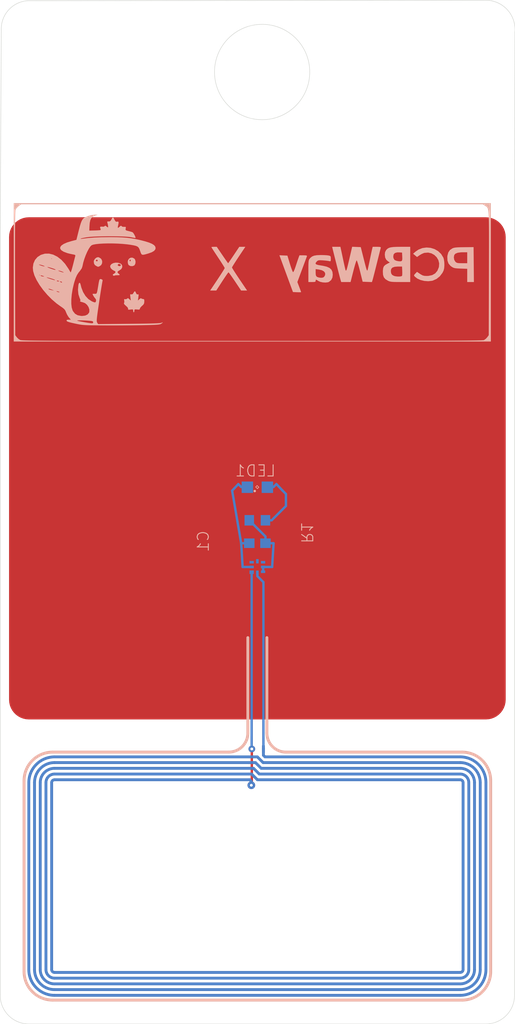
<source format=kicad_pcb>
(kicad_pcb (version 20240108) (generator "pcbnew") (generator_version "8.0")
  (layers (0 "F.Cu" signal) (31 "B.Cu" signal) (34 "B.Paste" user) (35 "F.Paste" user) (36 "B.SilkS" user "B.Silkscreen") (37 "F.SilkS" user "F.Silkscreen") (38 "B.Mask" user) (39 "F.Mask" user) (44 "Edge.Cuts" user))
  (net 0 "")
  (net 1 "N$2")
  (net 2 "N$3")
  (net 3 "N$4")
  (net 4 "N$6")
  (net 5 "N$9")
  (footprint "F50FQLOJRETY30F:R0603_348" (layer "B.Cu") (at 148.5011 95)
    (property "Reference" "R1" (at 4.4989 2.5 -90) (layer "B.SilkS") (effects (font (size 1.1684 1.1684) (thickness 0.1016)) (justify left bottom mirror)))
    (property "Value" "47 Ω")
    (pad "1" smd rect (at -0.85 0) (size 1 1.1) (layers "B.Cu" "B.Paste" "B.Mask") (net 2 "N$3"))
    (pad "2" smd rect (at 0.85 0) (size 1 1.1) (layers "B.Cu" "B.Paste" "B.Mask") (net 3 "N$4"))
  )
  (footprint "LOGO" (layer "B.Cu") (at 148 69 180)
    (property "Reference" "G***" (hide yes))
    (property "Value" "LOGO" (hide yes))
    (fp_poly (pts (xy 12.801198 1.533512) (xy 12.970716 1.437134) (xy 13.083806 1.261731) (xy 13.113784 1.082205) (xy 13.07564 0.862109) (xy 12.997368 0.741946) (xy 12.82265 0.655124) (xy 12.615936 0.646334) (xy 12.435069 0.714521) (xy 12.39157 0.753007) (xy 12.305375 0.927962) (xy 12.290721 1.143783) (xy 12.31775 1.241353) (xy 12.795488 1.241353) (xy 12.829862 1.156637) (xy 12.859147 1.145864) (xy 12.915625 1.197425) (xy 12.922807 1.241353) (xy 12.888433 1.326069) (xy 12.859147 1.336842) (xy 12.80267 1.285281) (xy 12.795488 1.241353) (xy 12.31775 1.241353) (xy 12.345929 1.343074) (xy 12.411424 1.430421) (xy 12.604888 1.536173)) (fill solid) (layer "B.SilkS"))
    (fp_poly (pts (xy 16.408972 1.536544) (xy 16.567776 1.400755) (xy 16.665918 1.22763) (xy 16.678696 1.14645) (xy 16.65298 0.915055) (xy 16.561125 0.762216) (xy 16.419507 0.666066) (xy 16.289705 0.602821) (xy 16.221371 0.576879) (xy 16.220329 0.576967) (xy 16.153692 0.600978) (xy 16.062181 0.637035) (xy 15.892618 0.765847) (xy 15.801097 0.958585) (xy 15.792892 1.174703) (xy 15.815662 1.231059) (xy 16.261825 1.231059) (xy 16.309725 1.159787) (xy 16.360401 1.145864) (xy 16.443408 1.191697) (xy 16.453171 1.205125) (xy 16.449036 1.280589) (xy 16.372505 1.320906) (xy 16.295703 1.30437) (xy 16.261825 1.231059) (xy 15.815662 1.231059) (xy 15.873277 1.373655) (xy 15.955201 1.45954) (xy 16.103616 1.551575) (xy 16.230148 1.591434) (xy 16.233082 1.591478)) (fill solid) (layer "B.SilkS"))
    (fp_poly (pts (xy -3.125636 0.94173) (xy -3.259259 0.578943) (xy -3.420662 0.141302) (xy -3.593409 -0.326656) (xy -3.761062 -0.780392) (xy -3.837364 -0.986717) (xy -4.237718 -2.068923) (xy -4.665225 -2.087746) (xy -4.879702 -2.093209) (xy -5.033135 -2.089522) (xy -5.09272 -2.077488) (xy -5.092732 -2.07727) (xy -5.071522 -2.008515) (xy -5.014902 -1.850127) (xy -4.93339 -1.631219) (xy -4.896522 -1.534149) (xy -4.700312 -1.020328) (xy -5.192078 0.30149) (xy -5.336664 0.690129) (xy -5.467125 1.040813) (xy -5.576631 1.335183) (xy -5.658353 1.554878) (xy -5.705461 1.68154) (xy -5.713394 1.702882) (xy -5.693205 1.748465) (xy -5.579805 1.773862) (xy -5.357212 1.782401) (xy -5.330999 1.782456) (xy -4.919052 1.782456) (xy -4.818552 1.511904) (xy -4.754953 1.332186) (xy -4.667284 1.073347) (xy -4.569762 0.777689) (xy -4.517881 0.617224) (xy -4.424994 0.349661) (xy -4.340956 0.148045) (xy -4.275415 0.033809) (xy -4.247531 0.016487) (xy -4.204572 0.082775) (xy -4.134857 0.248686) (xy -4.046943 0.491519) (xy -3.949386 0.788571) (xy -3.916343 0.895253) (xy -3.655334 1.750626) (xy -3.234798 1.769298) (xy -2.814262 1.787971)) (fill solid) (layer "B.SilkS"))
    (fp_poly (pts (xy -22.211223 2.633717) (xy -21.804953 2.627659) (xy -21.503381 2.615666) (xy -21.283942 2.595545) (xy -21.124072 2.565102) (xy -21.001206 2.522143) (xy -20.984531 2.514465) (xy -20.720377 2.33613) (xy -20.548338 2.088098) (xy -20.459029 1.754757) (xy -20.445786 1.618331) (xy -20.46175 1.231423) (xy -20.569511 0.923108) (xy -20.776394 0.67672) (xy -20.900419 0.583825) (xy -21.02827 0.507179) (xy -21.15638 0.456104) (xy -21.31691 0.424056) (xy -21.542016 0.40449) (xy -21.845357 0.391487) (xy -22.535339 0.36787) (xy -22.535339 -0.325338) (xy -22.535339 -1.018547) (xy -22.88644 -1.018547) (xy -23.237542 -1.018547) (xy -23.220651 0.811654) (xy -23.214041 1.527819) (xy -22.535339 1.527819) (xy -22.535339 0.954887) (xy -21.991342 0.954887) (xy -21.719866 0.958326) (xy -21.542245 0.973609) (xy -21.425093 1.008186) (xy -21.335022 1.069508) (xy -21.291092 1.111141) (xy -21.170564 1.312693) (xy -21.129995 1.56697) (xy -21.174381 1.811433) (xy -21.296244 1.953533) (xy -21.531486 2.049016) (xy -21.874274 2.095963) (xy -22.054734 2.100752) (xy -22.535339 2.100752) (xy -22.535339 1.527819) (xy -23.214041 1.527819) (xy -23.20376 2.641854)) (fill solid) (layer "B.SilkS"))
    (fp_poly (pts (xy 14.620895 0.966822) (xy 14.816489 0.866108) (xy 14.936429 0.721489) (xy 14.959899 0.611238) (xy 14.904935 0.450659) (xy 14.764798 0.293518) (xy 14.576622 0.178621) (xy 14.5302 0.162174) (xy 14.410168 0.085691) (xy 14.403397 -0.017552) (xy 14.508251 -0.119458) (xy 14.547763 -0.139653) (xy 14.657673 -0.213074) (xy 14.687018 -0.277542) (xy 14.61299 -0.357105) (xy 14.513679 -0.35559) (xy 14.494559 -0.341009) (xy 14.408373 -0.315589) (xy 14.247898 -0.306281) (xy 14.196157 -0.307395) (xy 14.011036 -0.300139) (xy 13.948479 -0.258881) (xy 14.008285 -0.18336) (xy 14.068671 -0.142092) (xy 14.180215 -0.030352) (xy 14.166607 0.080235) (xy 14.029739 0.180114) (xy 14.002579 0.191985) (xy 13.808493 0.320913) (xy 13.700534 0.492185) (xy 13.68411 0.674987) (xy 13.700097 0.707453) (xy 13.841537 0.707453) (xy 13.843715 0.703727) (xy 13.934044 0.650219) (xy 14.0558 0.657915) (xy 14.148056 0.71554) (xy 14.16416 0.763038) (xy 14.112146 0.856313) (xy 14.068671 0.874361) (xy 13.938954 0.860875) (xy 13.849079 0.794495) (xy 13.841537 0.707453) (xy 13.700097 0.707453) (xy 13.764631 0.838503) (xy 13.874533 0.921423) (xy 14.120484 1.002891) (xy 14.379082 1.015221)) (fill solid) (layer "B.SilkS"))
    (fp_poly (pts (xy -17.823757 2.540937) (xy -17.41345 2.37955) (xy -17.117281 2.175454) (xy -16.851573 1.948018) (xy -17.058074 1.775623) (xy -17.264576 1.603228) (xy -17.532989 1.792423) (xy -17.747059 1.918947) (xy -17.972185 2.016223) (xy -18.051704 2.039588) (xy -18.425015 2.068132) (xy -18.773999 1.989085) (xy -19.081808 1.819353) (xy -19.33159 1.575844) (xy -19.506495 1.275465) (xy -19.589671 0.935123) (xy -19.564269 0.571726) (xy -19.554346 0.531902) (xy -19.40216 0.159088) (xy -19.170236 -0.11543) (xy -18.856559 -0.293106) (xy -18.459117 -0.375393) (xy -18.288304 -0.381955) (xy -18.042078 -0.370831) (xy -17.856246 -0.324068) (xy -17.664834 -0.221581) (xy -17.581056 -0.166639) (xy -17.261097 0.048678) (xy -17.086356 -0.133712) (xy -16.977425 -0.254398) (xy -16.949482 -0.330145) (xy -16.994854 -0.407391) (xy -17.033878 -0.451398) (xy -17.293146 -0.655658) (xy -17.637696 -0.809412) (xy -18.032904 -0.904965) (xy -18.444148 -0.934624) (xy -18.836804 -0.890695) (xy -18.918191 -0.870127) (xy -19.315956 -0.69396) (xy -19.663757 -0.414159) (xy -19.93945 -0.051333) (xy -20.058373 0.190977) (xy -20.116314 0.431961) (xy -20.13897 0.743555) (xy -20.127429 1.074357) (xy -20.082778 1.372966) (xy -20.02978 1.541364) (xy -19.798242 1.919225) (xy -19.48407 2.218715) (xy -19.1084 2.435233) (xy -18.692368 2.564177) (xy -18.257108 2.600945)) (fill solid) (layer "B.SilkS"))
    (fp_poly (pts (xy 1.973433 1.814285) (xy 2.167819 1.525807) (xy 2.336933 1.278548) (xy 2.468503 1.090153) (xy 2.550258 0.978266) (xy 2.571111 0.954887) (xy 2.612565 1.004744) (xy 2.712845 1.142641) (xy 2.859582 1.351071) (xy 3.040405 1.612523) (xy 3.178306 1.814285) (xy 3.763006 2.673684) (xy 4.045914 2.673684) (xy 4.215582 2.667002) (xy 4.316559 2.650119) (xy 4.328822 2.640462) (xy 4.295059 2.579783) (xy 4.200922 2.430038) (xy 4.057132 2.207781) (xy 3.874414 1.929561) (xy 3.663492 1.611932) (xy 3.628571 1.559649) (xy 3.413705 1.23499) (xy 3.225518 0.9445) (xy 3.074813 0.705362) (xy 2.972392 0.534761) (xy 2.929058 0.449879) (xy 2.92832 0.445724) (xy 2.962284 0.375382) (xy 3.057295 0.215943) (xy 3.203035 -0.016251) (xy 3.389183 -0.304863) (xy 3.605421 -0.633551) (xy 3.693087 -0.765192) (xy 4.457853 -1.909775) (xy 4.135525 -1.909775) (xy 3.813198 -1.909775) (xy 3.195696 -0.956308) (xy 2.994648 -0.649648) (xy 2.815685 -0.383791) (xy 2.670696 -0.175829) (xy 2.571571 -0.042855) (xy 2.531469 -0.001421) (xy 2.48284 -0.051336) (xy 2.376303 -0.190852) (xy 2.223916 -0.403198) (xy 2.037734 -0.6716) (xy 1.846115 -0.954888) (xy 1.207486 -1.909775) (xy 0.892613 -1.909775) (xy 0.577739 -1.909775) (xy 1.371075 -0.737292) (xy 1.601364 -0.393907) (xy 1.805384 -0.083878) (xy 1.972866 0.17671) (xy 2.093542 0.371771) (xy 2.157145 0.485222) (xy 2.164411 0.505454) (xy 2.130468 0.577784) (xy 2.035842 0.738223) (xy 1.891339 0.969524) (xy 1.707761 1.254441) (xy 1.495914 1.575727) (xy 1.46323 1.6247) (xy 0.762049 2.673684) (xy 1.080149 2.673684) (xy 1.39825 2.673684)) (fill solid) (layer "B.SilkS"))
    (fp_poly (pts (xy 12.466047 -2.085917) (xy 12.506113 -2.158785) (xy 12.597219 -2.287794) (xy 12.701474 -2.315623) (xy 12.740071 -2.30802) (xy 12.818213 -2.294996) (xy 12.853549 -2.327857) (xy 12.854406 -2.434227) (xy 12.832648 -2.615142) (xy 12.787116 -2.95838) (xy 12.940895 -2.813912) (xy 13.054158 -2.722432) (xy 13.125833 -2.718913) (xy 13.170229 -2.760481) (xy 13.292106 -2.821508) (xy 13.380725 -2.81623) (xy 13.471622 -2.80589) (xy 13.494186 -2.864019) (xy 13.477321 -2.972667) (xy 13.469663 -3.128748) (xy 13.504583 -3.229997) (xy 13.506409 -3.305283) (xy 13.400766 -3.427255) (xy 13.306324 -3.507652) (xy 13.127589 -3.678769) (xy 13.068698 -3.808704) (xy 13.07161 -3.831173) (xy 13.074254 -3.898065) (xy 13.015327 -3.921659) (xy 12.86618 -3.910305) (xy 12.820806 -3.904275) (xy 12.648019 -3.885503) (xy 12.566628 -3.902791) (xy 12.542321 -3.972002) (xy 12.540852 -4.033703) (xy 12.520088 -4.157417) (xy 12.477193 -4.201504) (xy 12.43022 -4.146783) (xy 12.413533 -4.034077) (xy 12.405133 -3.932385) (xy 12.357218 -3.888946) (xy 12.235716 -3.887688) (xy 12.127067 -3.898939) (xy 11.949008 -3.911765) (xy 11.864163 -3.891222) (xy 11.840784 -3.82833) (xy 11.840601 -3.817904) (xy 11.793838 -3.712298) (xy 11.675741 -3.577142) (xy 11.609082 -3.518849) (xy 11.45898 -3.378945) (xy 11.389535 -3.242403) (xy 11.37036 -3.067012) (xy 11.374135 -2.897615) (xy 11.409127 -2.820403) (xy 11.492411 -2.801034) (xy 11.502634 -2.800955) (xy 11.632476 -2.772899) (xy 11.684412 -2.732556) (xy 11.756422 -2.720282) (xy 11.883039 -2.810969) (xy 11.883333 -2.811245) (xy 12.039951 -2.95838) (xy 11.994342 -2.614563) (xy 11.97219 -2.418945) (xy 11.976873 -2.322858) (xy 12.013996 -2.300298) (xy 12.059304 -2.313176) (xy 12.151936 -2.311567) (xy 12.224341 -2.208164) (xy 12.242001 -2.16452) (xy 12.314563 -2.015335) (xy 12.383855 -1.989251)) (fill solid) (layer "B.SilkS"))
    (fp_poly (pts (xy -15.111654 2.669131) (xy -14.767601 2.65242) (xy -14.510273 2.618971) (xy -14.319489 2.564204) (xy -14.175065 2.48354) (xy -14.056818 2.372399) (xy -14.015701 2.322688) (xy -13.909158 2.114058) (xy -13.87995 1.853445) (xy -13.918896 1.54171) (xy -14.039412 1.309482) (xy -14.224915 1.14777) (xy -14.404402 1.030028) (xy -14.156963 0.903743) (xy -13.928538 0.770594) (xy -13.787209 0.63182) (xy -13.711692 0.451141) (xy -13.680703 0.192281) (xy -13.676662 0.085084) (xy -13.694533 -0.263322) (xy -13.779826 -0.522854) (xy -13.947673 -0.720727) (xy -14.213207 -0.884151) (xy -14.216533 -0.885765) (xy -14.333911 -0.936412) (xy -14.459101 -0.972419) (xy -14.615929 -0.99621) (xy -14.828224 -1.010212) (xy -15.119813 -1.016849) (xy -15.514525 -1.018546) (xy -15.521102 -1.018547) (xy -16.551379 -1.018547) (xy -16.551379 -0.068448) (xy -15.716097 -0.068448) (xy -15.71102 -0.257475) (xy -15.697106 -0.359725) (xy -15.615778 -0.413159) (xy -15.448107 -0.441073) (xy -15.232627 -0.442765) (xy -15.007868 -0.417539) (xy -14.840737 -0.375259) (xy -14.647665 -0.267187) (xy -14.544029 -0.095618) (xy -14.514286 0.153495) (xy -14.555611 0.357317) (xy -14.68596 0.496674) (xy -14.914899 0.577238) (xy -15.251991 0.60468) (xy -15.275308 0.604762) (xy -15.69198 0.604762) (xy -15.711023 0.165463) (xy -15.716097 -0.068448) (xy -16.551379 -0.068448) (xy -16.551379 0.827569) (xy -16.551379 1.424028) (xy -15.719604 1.424028) (xy -15.699973 1.258264) (xy -15.636847 1.174384) (xy -15.514632 1.149969) (xy -15.34014 1.160415) (xy -15.117964 1.202779) (xy -14.940492 1.273792) (xy -14.895596 1.305596) (xy -14.789903 1.486947) (xy -14.768923 1.663536) (xy -14.811895 1.884803) (xy -14.944875 2.024728) (xy -15.173961 2.087521) (xy -15.384092 2.08855) (xy -15.69198 2.068922) (xy -15.711334 1.694095) (xy -15.719604 1.424028) (xy -16.551379 1.424028) (xy -16.551379 2.673684) (xy -15.562617 2.673684)) (fill solid) (layer "B.SilkS"))
    (fp_poly (pts (xy -6.744859 1.79437) (xy -6.457663 1.74596) (xy -6.240812 1.655865) (xy -6.066881 1.514817) (xy -5.989581 1.425017) (xy -5.941802 1.356049) (xy -5.907038 1.275477) (xy -5.883239 1.163152) (xy -5.868354 0.998924) (xy -5.860332 0.762643) (xy -5.857124 0.43416) (xy -5.856642 0.118733) (xy -5.856642 -1.018547) (xy -6.238597 -1.018547) (xy -6.451926 -1.013901) (xy -6.567199 -0.993494) (xy -6.61353 -0.94762) (xy -6.620552 -0.891228) (xy -6.631608 -0.794667) (xy -6.68053 -0.775003) (xy -6.790952 -0.833421) (xy -6.894483 -0.904967) (xy -7.100457 -0.999672) (xy -7.371348 -1.057613) (xy -7.65672 -1.074275) (xy -7.906138 -1.045145) (xy -8.014916 -1.00524) (xy -8.247792 -0.816856) (xy -8.380888 -0.552975) (xy -8.416409 -0.265085) (xy -7.61849 -0.265085) (xy -7.549159 -0.414249) (xy -7.450655 -0.521131) (xy -7.311178 -0.566395) (xy -7.174352 -0.572933) (xy -6.967445 -0.549704) (xy -6.792702 -0.492072) (xy -6.762035 -0.473834) (xy -6.677366 -0.3917) (xy -6.634507 -0.272164) (xy -6.620878 -0.074875) (xy -6.620552 -0.020019) (xy -6.620552 0.334698) (xy -6.954762 0.290861) (xy -7.274498 0.215447) (xy -7.496968 0.091399) (xy -7.614267 -0.071904) (xy -7.61849 -0.265085) (xy -8.416409 -0.265085) (xy -8.417698 -0.254637) (xy -8.383504 0.04532) (xy -8.27344 0.280454) (xy -8.076282 0.459729) (xy -7.780807 0.592109) (xy -7.375791 0.686557) (xy -7.207231 0.712155) (xy -6.894141 0.763947) (xy -6.699308 0.822978) (xy -6.61368 0.898046) (xy -6.628203 0.997948) (xy -6.733826 1.131481) (xy -6.754318 1.152312) (xy -6.836741 1.220338) (xy -6.9356 1.256661) (xy -7.085543 1.266911) (xy -7.321216 1.256719) (xy -7.374994 1.253176) (xy -7.637063 1.231205) (xy -7.87073 1.204192) (xy -8.02862 1.177685) (xy -8.036968 1.175648) (xy -8.143851 1.155273) (xy -8.194945 1.185671) (xy -8.210832 1.295811) (xy -8.21203 1.422025) (xy -8.206146 1.60137) (xy -8.169599 1.693976) (xy -8.07405 1.740399) (xy -7.973309 1.763656) (xy -7.801913 1.785916) (xy -7.547482 1.802226) (xy -7.254253 1.810136) (xy -7.129825 1.810362)) (fill solid) (layer "B.SilkS"))
    (fp_poly (pts (xy -10.249989 1.801016) (xy -10.133151 1.300616) (xy -10.04084 0.911421) (xy -9.969203 0.62052) (xy -9.914387 0.415005) (xy -9.872541 0.281965) (xy -9.839812 0.208489) (xy -9.812348 0.181667) (xy -9.786296 0.18859) (xy -9.772493 0.200773) (xy -9.748859 0.270988) (xy -9.705093 0.442728) (xy -9.646726 0.692813) (xy -9.579289 0.998062) (xy -9.553531 1.118526) (xy -9.478491 1.471909) (xy -9.406104 1.811627) (xy -9.343781 2.102986) (xy -9.298928 2.311291) (xy -9.292806 2.339473) (xy -9.220027 2.673684) (xy -8.786392 2.673684) (xy -8.352757 2.673684) (xy -8.401708 2.466792) (xy -8.451163 2.262791) (xy -8.522293 1.976102) (xy -8.609671 1.627961) (xy -8.707873 1.239603) (xy -8.811472 0.832266) (xy -8.915044 0.427183) (xy -9.013163 0.045592) (xy -9.100403 -0.291271) (xy -9.171339 -0.56217) (xy -9.220546 -0.74587) (xy -9.239297 -0.811654) (xy -9.30411 -1.018547) (xy -9.795422 -1.018547) (xy -10.286734 -1.018547) (xy -10.572888 0.106958) (xy -10.667405 0.466547) (xy -10.755944 0.780984) (xy -10.832413 1.030351) (xy -10.890723 1.19473) (xy -10.923648 1.253997) (xy -10.958846 1.202342) (xy -11.017405 1.045461) (xy -11.093468 0.802053) (xy -11.18118 0.490812) (xy -11.271195 0.144408) (xy -11.554136 -0.986717) (xy -12.041708 -1.005206) (xy -12.52928 -1.023694) (xy -12.595837 -0.814228) (xy -12.62937 -0.695569) (xy -12.688411 -0.47286) (xy -12.767931 -0.165651) (xy -12.862897 0.206508) (xy -12.968281 0.624065) (xy -13.051035 0.954887) (xy -13.158351 1.3846) (xy -13.256379 1.775313) (xy -13.340667 2.109427) (xy -13.406762 2.369338) (xy -13.450213 2.537446) (xy -13.46571 2.59411) (xy -13.442974 2.638633) (xy -13.328167 2.664072) (xy -13.105451 2.673463) (xy -13.050581 2.673684) (xy -12.609419 2.673684) (xy -12.550363 2.434962) (xy -12.516967 2.289689) (xy -12.464179 2.047999) (xy -12.398074 1.738219) (xy -12.324727 1.388676) (xy -12.287582 1.209523) (xy -12.216649 0.871978) (xy -12.153089 0.580727) (xy -12.101841 0.357539) (xy -12.067843 0.224184) (xy -12.057718 0.196282) (xy -12.032808 0.186028) (xy -12.00477 0.21508) (xy -11.969111 0.297526) (xy -11.921339 0.447454) (xy -11.856961 0.678953) (xy -11.771485 1.006111) (xy -11.66143 1.43901) (xy -11.357689 2.641854) (xy -10.90599 2.660415) (xy -10.454291 2.678975)) (fill solid) (layer "B.SilkS"))
    (fp_poly (pts (xy 25.081704 0) (xy 25.081704 -7.257143) (xy 0.031829 -7.257143) (xy -25.018045 -7.257143) (xy -25.018045 0) (xy -25.018045 3.584215) (xy -24.8197 3.584215) (xy -24.819061 2.854417) (xy -24.817238 2.020045) (xy -24.814672 1.073742) (xy -24.811803 0.008152) (xy -24.81154 -0.095489) (xy -24.795238 -6.588722) (xy -24.642695 -6.802602) (xy -24.492149 -6.965656) (xy -24.319645 -7.089447) (xy -24.292569 -7.102492) (xy -24.258698 -7.110081) (xy -24.190641 -7.117232) (xy -24.084889 -7.123958) (xy -23.937934 -7.13027) (xy -23.746266 -7.136183) (xy -23.506376 -7.141708) (xy -23.214756 -7.146859) (xy -22.867897 -7.151648) (xy -22.462289 -7.156088) (xy -21.994423 -7.160191) (xy -21.460792 -7.163971) (xy -20.857885 -7.16744) (xy -20.182194 -7.170611) (xy -19.43021 -7.173497) (xy -18.598424 -7.17611) (xy -17.683327 -7.178464) (xy -16.68141 -7.18057) (xy -15.589164 -7.182443) (xy -14.40308 -7.184093) (xy -13.119649 -7.185535) (xy -11.735363 -7.186781) (xy -10.246712 -7.187844) (xy -8.650188 -7.188736) (xy -6.942281 -7.18947) (xy -5.119483 -7.19006) (xy -3.178284 -7.190517) (xy -1.115176 -7.190855) (xy 0.054038 -7.190992) (xy 2.148285 -7.191179) (xy 4.118974 -7.191282) (xy 5.969865 -7.191288) (xy 7.70472 -7.191179) (xy 9.327297 -7.190941) (xy 10.841359 -7.190559) (xy 12.250665 -7.190015) (xy 13.558976 -7.189296) (xy 14.770052 -7.188384) (xy 15.887653 -7.187266) (xy 16.91554 -7.185925) (xy 17.857474 -7.184345) (xy 18.717215 -7.182512) (xy 19.498523 -7.180408) (xy 20.205158 -7.17802) (xy 20.840882 -7.175332) (xy 21.409454 -7.172327) (xy 21.914635 -7.16899) (xy 22.360185 -7.165306) (xy 22.749865 -7.16126) (xy 23.087436 -7.156834) (xy 23.376657 -7.152015) (xy 23.621289 -7.146786) (xy 23.825093 -7.141132) (xy 23.991828 -7.135038) (xy 24.125256 -7.128487) (xy 24.229137 -7.121464) (xy 24.30723 -7.113954) (xy 24.363298 -7.105942) (xy 24.401099 -7.09741) (xy 24.420831 -7.090147) (xy 24.610959 -6.96319) (xy 24.773966 -6.79683) (xy 24.780577 -6.787766) (xy 24.922556 -6.588722) (xy 24.939474 -0.095489) (xy 24.942025 1.028142) (xy 24.943463 2.029978) (xy 24.94374 2.915535) (xy 24.942807 3.690333) (xy 24.940616 4.359888) (xy 24.937119 4.929719) (xy 24.932267 5.405344) (xy 24.926012 5.79228) (xy 24.918305 6.096046) (xy 24.909099 6.32216) (xy 24.898344 6.476139) (xy 24.885992 6.563501) (xy 24.880932 6.580229) (xy 24.783137 6.728482) (xy 24.625019 6.888443) (xy 24.552082 6.946269) (xy 24.298691 7.129824) (xy 0.063522 7.129824) (xy -24.171648 7.129824) (xy -24.387955 6.985322) (xy -24.457886 6.941252) (xy -24.520032 6.902967) (xy -24.574833 6.863111) (xy -24.622728 6.814326) (xy -24.664158 6.749256) (xy -24.699563 6.660542) (xy -24.729383 6.540827) (xy -24.754058 6.382755) (xy -24.774029 6.178967) (xy -24.789735 5.922107) (xy -24.801616 5.604818) (xy -24.810113 5.219741) (xy -24.815666 4.759519) (xy -24.818715 4.216797) (xy -24.8197 3.584215) (xy -25.018045 3.584215) (xy -25.018045 7.257142) (xy 0.031829 7.257142) (xy 25.081704 7.257142)) (fill solid) (layer "B.SilkS"))
    (fp_poly (pts (xy 16.947885 6.004016) (xy 17.342984 5.887015) (xy 17.670668 5.718091) (xy 17.778729 5.632047) (xy 17.870499 5.523053) (xy 17.953622 5.372847) (xy 18.03574 5.163166) (xy 18.124498 4.875744) (xy 18.227538 4.492319) (xy 18.294947 4.226387) (xy 18.50025 3.405764) (xy 19.005889 3.275772) (xy 19.47845 3.131726) (xy 19.835813 2.974944) (xy 20.076488 2.809958) (xy 20.198985 2.641298) (xy 20.201815 2.473495) (xy 20.083487 2.31108) (xy 19.842513 2.158585) (xy 19.477401 2.02054) (xy 19.423794 2.004765) (xy 19.173766 1.941199) (xy 18.91641 1.887506) (xy 18.856636 1.877303) (xy 18.683722 1.838677) (xy 18.613929 1.78647) (xy 18.614925 1.728713) (xy 18.64287 1.625111) (xy 18.693468 1.429299) (xy 18.758674 1.172629) (xy 18.808466 0.974477) (xy 18.883236 0.684079) (xy 18.954186 0.423314) (xy 19.011457 0.227707) (xy 19.036652 0.152395) (xy 19.102522 -0.020856) (xy 19.111859 -0.005072) (xy 19.835626 -0.005072) (xy 19.856796 -0.017176) (xy 19.971539 0.006862) (xy 20.105009 0.046225) (xy 20.280502 0.108119) (xy 20.388085 0.157404) (xy 20.405854 0.17727) (xy 20.333209 0.176896) (xy 20.191156 0.141884) (xy 20.027418 0.087493) (xy 19.889719 0.028986) (xy 19.835626 -0.005072) (xy 19.111859 -0.005072) (xy 19.281256 0.281276) (xy 20.689223 0.281276) (xy 20.712444 0.258181) (xy 20.79572 0.267448) (xy 20.959465 0.313472) (xy 21.189698 0.389002) (xy 21.385814 0.460973) (xy 21.517501 0.520499) (xy 21.556251 0.554692) (xy 21.55625 0.554693) (xy 21.487606 0.550644) (xy 21.338661 0.51472) (xy 21.147293 0.458866) (xy 20.951377 0.395025) (xy 20.788789 0.335142) (xy 20.697405 0.291161) (xy 20.689223 0.281276) (xy 19.281256 0.281276) (xy 19.338211 0.377553) (xy 19.510943 0.629241) (xy 21.835087 0.629241) (xy 21.88932 0.621715) (xy 22.028686 0.650091) (xy 22.152215 0.686051) (xy 22.325233 0.746366) (xy 22.430646 0.79289) (xy 22.447245 0.809563) (xy 22.375542 0.810521) (xy 22.233084 0.78028) (xy 22.065681 0.732335) (xy 21.919143 0.680178) (xy 21.839279 0.637304) (xy 21.835087 0.629241) (xy 19.510943 0.629241) (xy 19.691914 0.892933) (xy 20.082751 1.31418) (xy 20.236029 1.43233) (xy 21.071178 1.43233) (xy 21.103007 1.400501) (xy 21.134837 1.43233) (xy 21.103007 1.46416) (xy 21.071178 1.43233) (xy 20.236029 1.43233) (xy 20.500466 1.636163) (xy 20.934802 1.853752) (xy 21.375503 1.961814) (xy 21.812312 1.955219) (xy 22.234973 1.828835) (xy 22.237114 1.827857) (xy 22.589501 1.601178) (xy 22.852079 1.293131) (xy 23.017369 0.919464) (xy 23.07789 0.495926) (xy 23.044938 0.126913) (xy 22.912268 -0.322078) (xy 22.682728 -0.814035) (xy 22.370807 -1.330212) (xy 21.990997 -1.851861) (xy 21.557788 -2.360234) (xy 21.085669 -2.836583) (xy 20.589132 -3.262162) (xy 20.217232 -3.531558) (xy 19.971711 -3.700008) (xy 19.809579 -3.829533) (xy 19.705327 -3.947168) (xy 19.633443 -4.079947) (xy 19.588027 -4.198347) (xy 19.480455 -4.436847) (xy 19.340989 -4.664844) (xy 19.279052 -4.743894) (xy 19.084555 -4.965414) (xy 19.318624 -4.965414) (xy 19.474122 -4.977211) (xy 19.532353 -5.022602) (xy 19.531709 -5.076817) (xy 19.497355 -5.12876) (xy 19.403382 -5.179728) (xy 19.232721 -5.235436) (xy 18.968301 -5.301601) (xy 18.651728 -5.371473) (xy 18.421761 -5.419898) (xy 18.221346 -5.459022) (xy 18.033314 -5.48992) (xy 17.840494 -5.513666) (xy 17.625717 -5.531334) (xy 17.371814 -5.543996) (xy 17.061613 -5.552728) (xy 16.677947 -5.558603) (xy 16.203645 -5.562695) (xy 15.621537 -5.566078) (xy 15.532832 -5.566544) (xy 14.903783 -5.568362) (xy 14.223287 -5.567759) (xy 13.525087 -5.564937) (xy 12.842923 -5.560098) (xy 12.210538 -5.553446) (xy 11.661671 -5.545183) (xy 11.51932 -5.54244) (xy 10.990787 -5.530791) (xy 10.574404 -5.519221) (xy 10.255009 -5.50656) (xy 10.01744 -5.491635) (xy 9.846535 -5.473276) (xy 9.727132 -5.450309) (xy 9.644069 -5.421565) (xy 9.593631 -5.393646) (xy 9.465692 -5.298532) (xy 9.425761 -5.246381) (xy 9.477858 -5.251267) (xy 9.564787 -5.29267) (xy 9.638977 -5.311848) (xy 9.7905 -5.328823) (xy 10.026196 -5.343811) (xy 10.352909 -5.357025) (xy 10.777479 -5.368678) (xy 11.306748 -5.378983) (xy 11.947558 -5.388155) (xy 12.706751 -5.396407) (xy 12.963592 -5.398779) (xy 16.219165 -5.42779) (xy 16.316958 -5.276176) (xy 16.338095 -5.235044) (xy 16.742356 -5.235044) (xy 16.753784 -5.309633) (xy 16.808886 -5.341874) (xy 16.938883 -5.340348) (xy 17.073137 -5.325927) (xy 17.292025 -5.294901) (xy 17.582575 -5.246925) (xy 17.891783 -5.190886) (xy 17.98028 -5.173827) (xy 18.239893 -5.121193) (xy 18.385344 -5.085723) (xy 18.427899 -5.062705) (xy 18.378821 -5.047432) (xy 18.302005 -5.039333) (xy 18.127593 -5.034321) (xy 17.868476 -5.038591) (xy 17.566848 -5.051118) (xy 17.394862 -5.061374) (xy 17.100537 -5.083) (xy 16.910756 -5.104558) (xy 16.802893 -5.132069) (xy 16.754317 -5.171557) (xy 16.742403 -5.229043) (xy 16.742356 -5.235044) (xy 16.338095 -5.235044) (xy 16.342484 -5.226504) (xy 16.358965 -5.16034) (xy 16.365112 -5.064194) (xy 16.359636 -4.924578) (xy 16.341248 -4.728002) (xy 16.30866 -4.460978) (xy 16.260584 -4.110017) (xy 16.19573 -3.661629) (xy 16.11281 -3.102326) (xy 16.103021 -3.036739) (xy 16.027099 -2.534459) (xy 15.955348 -2.071549) (xy 15.890278 -1.663297) (xy 15.834397 -1.324993) (xy 15.790212 -1.071928) (xy 15.760233 -0.91939) (xy 15.749395 -0.881126) (xy 15.756827 -0.798287) (xy 15.852609 -0.728797) (xy 15.988579 -0.701226) (xy 16.050556 -0.730139) (xy 16.100439 -0.83262) (xy 16.146736 -1.030317) (xy 16.169595 -1.16178) (xy 16.234254 -1.557694) (xy 16.283649 -1.845231) (xy 16.324282 -2.041458) (xy 16.362651 -2.163444) (xy 16.405258 -2.228254) (xy 16.458603 -2.252958) (xy 16.529184 -2.254622) (xy 16.584632 -2.251561) (xy 16.731286 -2.251846) (xy 16.804221 -2.266067) (xy 16.806015 -2.2696) (xy 16.77187 -2.367808) (xy 16.69052 -2.513974) (xy 16.593594 -2.656077) (xy 16.523746 -2.73386) (xy 16.433346 -2.881915) (xy 16.454219 -3.060044) (xy 16.481465 -3.11136) (xy 16.533566 -3.151816) (xy 16.628612 -3.142994) (xy 16.79517 -3.079761) (xy 16.887593 -3.038367) (xy 17.238487 -2.811543) (xy 17.547438 -2.480969) (xy 17.800676 -2.067055) (xy 17.984436 -1.590214) (xy 18.049566 -1.315686) (xy 18.106859 -1.141825) (xy 18.178903 -1.090819) (xy 18.248435 -1.162298) (xy 18.292975 -1.320928) (xy 18.336355 -1.836534) (xy 18.291559 -2.301233) (xy 18.176993 -2.65777) (xy 18.104187 -2.835508) (xy 18.073554 -2.956722) (xy 18.085883 -2.99198) (xy 18.146041 -3.008904) (xy 18.111497 -3.049183) (xy 18.008716 -3.097083) (xy 17.864166 -3.136865) (xy 17.832875 -3.142415) (xy 17.589131 -3.236553) (xy 17.380063 -3.416512) (xy 17.224545 -3.650836) (xy 17.141451 -3.908071) (xy 17.149654 -4.156763) (xy 17.177211 -4.235143) (xy 17.32911 -4.420522) (xy 17.575206 -4.53621) (xy 17.899121 -4.575628) (xy 18.013994 -4.571245) (xy 18.371187 -4.501248) (xy 18.644859 -4.342218) (xy 18.85239 -4.082772) (xy 18.901303 -3.989984) (xy 18.992338 -3.696912) (xy 19.036196 -3.30713) (xy 19.034236 -2.84163) (xy 18.987818 -2.321406) (xy 18.948674 -2.079169) (xy 20.269672 -2.079169) (xy 20.307268 -2.091804) (xy 20.443512 -2.067382) (xy 20.530075 -2.037093) (xy 20.599501 -1.995017) (xy 20.561904 -1.982383) (xy 20.42566 -2.006804) (xy 20.339097 -2.037093) (xy 20.269672 -2.079169) (xy 18.948674 -2.079169) (xy 18.92112 -1.908659) (xy 20.848371 -1.908659) (xy 21.071178 -1.870081) (xy 21.250176 -1.828708) (xy 21.383307 -1.78044) (xy 21.389473 -1.777086) (xy 21.444301 -1.732264) (xy 21.402891 -1.722507) (xy 21.290411 -1.744535) (xy 21.132029 -1.795068) (xy 21.071178 -1.818571) (xy 20.848371 -1.908659) (xy 18.92112 -1.908659) (xy 18.898302 -1.767451) (xy 18.767048 -1.200756) (xy 18.731472 -1.074781) (xy 20.015665 -1.074781) (xy 20.091573 -1.065435) (xy 20.179949 -1.018547) (xy 20.239605 -0.969108) (xy 20.182268 -0.956078) (xy 20.167792 -0.955862) (xy 20.052689 -0.988301) (xy 20.020802 -1.018547) (xy 20.015665 -1.074781) (xy 18.731472 -1.074781) (xy 18.70679 -0.987379) (xy 18.687951 -0.930483) (xy 20.307268 -0.930483) (xy 20.360839 -0.950346) (xy 20.434586 -0.954888) (xy 20.538068 -0.930701) (xy 20.561904 -0.897188) (xy 20.511208 -0.864442) (xy 20.434586 -0.872783) (xy 20.331743 -0.909739) (xy 20.307268 -0.930483) (xy 18.687951 -0.930483) (xy 18.644184 -0.798298) (xy 20.752882 -0.798298) (xy 20.758972 -0.818808) (xy 20.793917 -0.82134) (xy 20.882733 -0.800515) (xy 21.050433 -0.750958) (xy 21.229772 -0.695793) (xy 21.435358 -0.627502) (xy 21.577868 -0.570866) (xy 21.628995 -0.537257) (xy 21.628121 -0.535724) (xy 21.559521 -0.539226) (xy 21.41012 -0.573301) (xy 21.217798 -0.626583) (xy 21.020436 -0.687708) (xy 20.855915 -0.745313) (xy 20.762116 -0.788031) (xy 20.752882 -0.798298) (xy 18.644184 -0.798298) (xy 18.576613 -0.594223) (xy 18.506267 -0.436666) (xy 21.866917 -0.436666) (xy 21.994235 -0.440165) (xy 22.150516 -0.412901) (xy 22.217042 -0.381955) (xy 22.280408 -0.332863) (xy 22.233164 -0.323256) (xy 22.217042 -0.323745) (xy 22.080569 -0.351146) (xy 21.994235 -0.381955) (xy 21.866917 -0.436666) (xy 18.506267 -0.436666) (xy 18.440829 -0.2901) (xy 18.438519 -0.286467) (xy 22.344361 -0.286467) (xy 22.37619 -0.318296) (xy 22.40802 -0.286467) (xy 22.37619 -0.254637) (xy 22.344361 -0.286467) (xy 18.438519 -0.286467) (xy 18.280199 -0.037457) (xy 18.124768 0.148585) (xy 17.937431 0.418532) (xy 17.862578 0.644071) (xy 17.785358 1.005788) (xy 17.669863 1.393471) (xy 17.527092 1.781867) (xy 17.368038 2.145721) (xy 17.203698 2.45978) (xy 17.045068 2.698789) (xy 16.909222 2.833628) (xy 16.739198 2.899253) (xy 16.462105 2.951855) (xy 16.097556 2.991158) (xy 15.66516 3.016886) (xy 15.184528 3.028765) (xy 14.675272 3.026519) (xy 14.157001 3.009871) (xy 13.649327 2.978547) (xy 13.17186 2.93227) (xy 12.863805 2.890475) (xy 12.510978 2.831429) (xy 12.260816 2.772515) (xy 12.089557 2.698829) (xy 11.973439 2.595472) (xy 11.888699 2.44754) (xy 11.811575 2.240132) (xy 11.807538 2.22807) (xy 11.739624 2.031599) (xy 11.675735 1.906389) (xy 11.590733 1.845074) (xy 11.459477 1.840288) (xy 11.256829 1.884666) (xy 10.957648 1.970842) (xy 10.943649 1.974957) (xy 10.583496 2.103952) (xy 10.342722 2.246566) (xy 10.213627 2.4086) (xy 10.185463 2.546366) (xy 10.223191 2.703209) (xy 10.34232 2.847053) (xy 10.551767 2.982389) (xy 10.860451 3.113708) (xy 11.277288 3.245502) (xy 11.811198 3.382263) (xy 11.874701 3.397161) (xy 12.337508 3.496949) (xy 12.777615 3.572793) (xy 13.223832 3.627373) (xy 13.704971 3.663375) (xy 14.249843 3.683481) (xy 14.887259 3.690374) (xy 15.023559 3.690409) (xy 15.885139 3.67942) (xy 16.636995 3.647897) (xy 17.295204 3.594904) (xy 17.826914 3.527144) (xy 17.985828 3.51005) (xy 18.068177 3.515945) (xy 18.070229 3.527887) (xy 17.993635 3.556363) (xy 17.820188 3.597345) (xy 17.578945 3.644439) (xy 17.401808 3.674931) (xy 17.114798 3.709581) (xy 16.734529 3.737269) (xy 16.282958 3.758003) (xy 15.782041 3.771792) (xy 15.253734 3.778645) (xy 14.719992 3.778569) (xy 14.202773 3.771574) (xy 13.724033 3.757668) (xy 13.305726 3.736859) (xy 12.969811 3.709156) (xy 12.738241 3.674567) (xy 12.731829 3.673125) (xy 12.518897 3.628588) (xy 12.360704 3.603381) (xy 12.292169 3.602846) (xy 12.295325 3.676049) (xy 12.348707 3.813172) (xy 12.4309 3.972882) (xy 12.520488 4.113851) (xy 12.596057 4.194747) (xy 12.600009 4.196959) (xy 12.717262 4.240444) (xy 12.906843 4.295024) (xy 13.03148 4.326104) (xy 13.222238 4.375012) (xy 13.315957 4.421907) (xy 13.339999 4.491867) (xy 13.324753 4.594906) (xy 13.307938 4.725178) (xy 13.352648 4.770546) (xy 13.489206 4.764684) (xy 13.669598 4.778454) (xy 13.749598 4.836837) (xy 13.80428 4.887906) (xy 13.881523 4.855521) (xy 13.958018 4.788682) (xy 14.090325 4.676468) (xy 14.150997 4.667297) (xy 14.151508 4.767759) (xy 14.127145 4.885839) (xy 14.078635 5.124539) (xy 14.073597 5.262055) (xy 14.116575 5.318426) (xy 14.212114 5.313687) (xy 14.223551 5.310921) (xy 14.327553 5.302924) (xy 14.408002 5.359217) (xy 14.49706 5.504983) (xy 14.514458 5.538684) (xy 14.60319 5.702656) (xy 14.665748 5.757477) (xy 14.730672 5.702189) (xy 14.826499 5.535831) (xy 14.830726 5.528054) (xy 14.929922 5.383675) (xy 15.037796 5.332991) (xy 15.117525 5.334697) (xy 15.238194 5.333092) (xy 15.264488 5.276027) (xy 15.256437 5.239208) (xy 15.199885 5.008561) (xy 15.171417 4.826963) (xy 15.174809 4.723805) (xy 15.188551 4.710777) (xy 15.267372 4.749201) (xy 15.356643 4.819649) (xy 15.455294 4.88877) (xy 15.516272 4.862795) (xy 15.529665 4.843218) (xy 15.63613 4.78534) (xy 15.783218 4.787391) (xy 15.956853 4.790484) (xy 16.022885 4.729154) (xy 15.98633 4.598367) (xy 15.981217 4.588637) (xy 15.948249 4.478578) (xy 15.965322 4.432422) (xy 16.048109 4.41692) (xy 16.226084 4.402246) (xy 16.467123 4.390748) (xy 16.581723 4.387375) (xy 17.147245 4.373775) (xy 17.132229 4.780997) (xy 17.102384 5.178182) (xy 17.038808 5.471698) (xy 16.929962 5.683244) (xy 16.76431 5.834521) (xy 16.530316 5.947228) (xy 16.507848 5.955389) (xy 16.264912 6.04203) (xy 16.557175 6.044825)) (fill solid) (layer "B.SilkS"))
  )
  (footprint "F50FQLOJRETY30F:25X48MM_NFC" (layer "B.Cu") (at 148.5011 132.3036 180)
    (property "Reference" "ANT0" (hide yes))
    (property "Value" "25X48MM_NFC_ANTENNA" (hide yes))
    (fp_line (start 24 -9.8) (end 24 9.8) (stroke (width 0.3)) (layer "B.Cu"))
    (fp_line (start 23.4 -9.8) (end 23.4 9.8) (stroke (width 0.3)) (layer "B.Cu"))
    (fp_line (start 22.8 -9.8) (end 22.8 9.8) (stroke (width 0.3)) (layer "B.Cu"))
    (fp_line (start 22.2 -9.8) (end 22.2 9.8) (stroke (width 0.3)) (layer "B.Cu"))
    (fp_line (start 21.6 -9.8) (end 21.6 9.8) (stroke (width 0.3)) (layer "B.Cu"))
    (fp_line (start 21.3 12.5) (end 0 12.5) (stroke (width 0.3)) (layer "B.Cu"))
    (fp_line (start 21.3 11.9) (end 0.2 11.9) (stroke (width 0.3)) (layer "B.Cu"))
    (fp_line (start 21.3 11.3) (end 0.4 11.3) (stroke (width 0.3)) (layer "B.Cu"))
    (fp_line (start 21.3 -10.1) (end -21.3 -10.1) (stroke (width 0.3)) (layer "B.Cu"))
    (fp_line (start 21.3 -10.7) (end -21.3 -10.7) (stroke (width 0.3)) (layer "B.Cu"))
    (fp_line (start 21.3 -11.3) (end -21.3 -11.3) (stroke (width 0.3)) (layer "B.Cu"))
    (fp_line (start 21.3 -11.9) (end -21.3 -11.9) (stroke (width 0.3)) (layer "B.Cu"))
    (fp_line (start 21.3 -12.5) (end -21.3 -12.5) (stroke (width 0.3)) (layer "B.Cu"))
    (fp_line (start 0.8 10.1) (end 21.3 10.1) (stroke (width 0.3)) (layer "B.Cu"))
    (fp_line (start 0.8 10.1) (end 0.635 9.935) (stroke (width 0.3)) (layer "B.Cu"))
    (fp_line (start 0.635 9.935) (end 0.635 9.525) (stroke (width 0.3)) (layer "B.Cu"))
    (fp_line (start 0.6 10.7) (end 21.3 10.7) (stroke (width 0.3)) (layer "B.Cu"))
    (fp_line (start 0.6 10.7) (end 0 10.1) (stroke (width 0.3)) (layer "B.Cu"))
    (fp_line (start 0.4 11.3) (end -0.2 10.7) (stroke (width 0.3)) (layer "B.Cu"))
    (fp_line (start 0.2 11.9) (end -0.4 11.3) (stroke (width 0.3)) (layer "B.Cu"))
    (fp_line (start 0 12.5) (end -0.6 11.9) (stroke (width 0.3)) (layer "B.Cu"))
    (fp_line (start 0 10.1) (end -21.3 10.1) (stroke (width 0.3)) (layer "B.Cu"))
    (fp_line (start -0.2 10.7) (end -21.3 10.7) (stroke (width 0.3)) (layer "B.Cu"))
    (fp_line (start -0.4 11.3) (end -21.3 11.3) (stroke (width 0.3)) (layer "B.Cu"))
    (fp_line (start -0.6 11.9) (end -21.3 11.9) (stroke (width 0.3)) (layer "B.Cu"))
    (fp_line (start -0.635 13.335) (end -0.635 13.462) (stroke (width 0.3)) (layer "B.Cu"))
    (fp_line (start -0.635 12.665) (end -0.635 13.335) (stroke (width 0.3)) (layer "B.Cu"))
    (fp_line (start -0.8 12.5) (end -0.635 12.665) (stroke (width 0.3)) (layer "B.Cu"))
    (fp_line (start -21.3 12.5) (end -0.8 12.5) (stroke (width 0.3)) (layer "B.Cu"))
    (fp_line (start -21.6 -9.8) (end -21.6 9.8) (stroke (width 0.3)) (layer "B.Cu"))
    (fp_line (start -22.2 -9.8) (end -22.2 9.8) (stroke (width 0.3)) (layer "B.Cu"))
    (fp_line (start -22.8 -9.8) (end -22.8 9.8) (stroke (width 0.3)) (layer "B.Cu"))
    (fp_line (start -23.4 -9.8) (end -23.4 9.8) (stroke (width 0.3)) (layer "B.Cu"))
    (fp_line (start -24 -9.8) (end -24 9.8) (stroke (width 0.3)) (layer "B.Cu"))
    (fp_arc (start 24 9.8) (mid 23.209188 11.709188) (end 21.3 12.5) (stroke (width 0.3)) (layer "B.Cu"))
    (fp_arc (start 23.4 9.8) (mid 22.784924 11.284924) (end 21.3 11.9) (stroke (width 0.3)) (layer "B.Cu"))
    (fp_arc (start 22.8 9.8) (mid 22.36066 10.86066) (end 21.3 11.3) (stroke (width 0.3)) (layer "B.Cu"))
    (fp_arc (start 22.2 9.8) (mid 21.936396 10.436396) (end 21.3 10.7) (stroke (width 0.3)) (layer "B.Cu"))
    (fp_arc (start 21.6 9.8) (mid 21.512132 10.012132) (end 21.3 10.1) (stroke (width 0.3)) (layer "B.Cu"))
    (fp_arc (start 21.3 -10.1) (mid 21.512132 -10.012132) (end 21.6 -9.8) (stroke (width 0.3)) (layer "B.Cu"))
    (fp_arc (start 21.3 -10.7) (mid 21.936396 -10.436396) (end 22.2 -9.8) (stroke (width 0.3)) (layer "B.Cu"))
    (fp_arc (start 21.3 -11.3) (mid 22.36066 -10.86066) (end 22.8 -9.8) (stroke (width 0.3)) (layer "B.Cu"))
    (fp_arc (start 21.3 -11.9) (mid 22.784924 -11.284924) (end 23.4 -9.8) (stroke (width 0.3)) (layer "B.Cu"))
    (fp_arc (start 21.3 -12.5) (mid 23.209188 -11.709188) (end 24 -9.8) (stroke (width 0.3)) (layer "B.Cu"))
    (fp_arc (start -21.3 12.5) (mid -23.209188 11.709188) (end -24 9.8) (stroke (width 0.3)) (layer "B.Cu"))
    (fp_arc (start -21.3 11.9) (mid -22.784924 11.284924) (end -23.4 9.8) (stroke (width 0.3)) (layer "B.Cu"))
    (fp_arc (start -21.3 11.3) (mid -22.36066 10.86066) (end -22.8 9.8) (stroke (width 0.3)) (layer "B.Cu"))
    (fp_arc (start -21.3 10.7) (mid -21.936396 10.436396) (end -22.2 9.8) (stroke (width 0.3)) (layer "B.Cu"))
    (fp_arc (start -21.3 10.1) (mid -21.512132 10.012132) (end -21.6 9.8) (stroke (width 0.3)) (layer "B.Cu"))
    (fp_arc (start -21.6 -9.8) (mid -21.512132 -10.012132) (end -21.3 -10.1) (stroke (width 0.3)) (layer "B.Cu"))
    (fp_arc (start -22.2 -9.8) (mid -21.936396 -10.436396) (end -21.3 -10.7) (stroke (width 0.3)) (layer "B.Cu"))
    (fp_arc (start -22.8 -9.8) (mid -22.36066 -10.86066) (end -21.3 -11.3) (stroke (width 0.3)) (layer "B.Cu"))
    (fp_arc (start -23.4 -9.8) (mid -22.784924 -11.284924) (end -21.3 -11.9) (stroke (width 0.3)) (layer "B.Cu"))
    (fp_arc (start -24 -9.8) (mid -23.209188 -11.709188) (end -21.3 -12.5) (stroke (width 0.3)) (layer "B.Cu"))
    (pad "P$1" smd rect (at -0.635 13.335 90) (size 0.75 0.3) (layers "B.Cu" "B.Paste" "B.Mask") (net 1 "N$2"))
    (pad "P$2" thru_hole circle (at 0.635 9.525 180) (size 0.808 0.808) (drill 0.3) (layers "*.Cu" "*.Mask") (net 5 "N$9"))
  )
  (footprint "F50FQLOJRETY30F:XQFN8" (layer "B.Cu") (at 148.5011 99.8936)
    (property "Reference" "NT3H1101" (hide yes))
    (property "Value" "NT3H" (hide yes))
    (pad "FD" smd rect (at 0 -0.6 90) (size 0.45 0.27) (layers "B.Cu" "B.Paste" "B.Mask"))
    (pad "LA" smd rect (at -0.6 0.55 180) (size 0.45 0.37) (layers "B.Cu" "B.Paste" "B.Mask") (net 5 "N$9"))
    (pad "LB" smd rect (at 0 0.6 270) (size 0.45 0.27) (layers "B.Cu" "B.Paste" "B.Mask") (net 1 "N$2"))
    (pad "SCL" smd rect (at -0.6 -0.5 180) (size 0.45 0.27) (layers "B.Cu" "B.Paste" "B.Mask"))
    (pad "SDA" smd rect (at 0.6 -0.5) (size 0.45 0.27) (layers "B.Cu" "B.Paste" "B.Mask"))
    (pad "VCC" smd rect (at 0.6 0) (size 0.45 0.27) (layers "B.Cu" "B.Paste" "B.Mask") (net 2 "N$3"))
    (pad "VOUT" smd rect (at 0.6 0.5) (size 0.45 0.27) (layers "B.Cu" "B.Paste" "B.Mask") (net 2 "N$3"))
    (pad "VSS" smd rect (at -0.6 0 180) (size 0.45 0.27) (layers "B.Cu" "B.Paste" "B.Mask") (net 4 "N$6"))
  )
  (footprint "F50FQLOJRETY30F:C0603_348" (layer "B.Cu") (at 148.5011 97.4036 180)
    (property "Reference" "C1" (at 5.0011 1.4036 90) (layer "B.SilkS") (effects (font (size 1.1684 1.1684) (thickness 0.1016)) (justify left bottom mirror)))
    (property "Value" "220 nf")
    (pad "1" smd rect (at -0.85 0 180) (size 1.1 1) (layers "B.Cu" "B.Paste" "B.Mask") (net 2 "N$3"))
    (pad "2" smd rect (at 0.85 0 180) (size 1.1 1) (layers "B.Cu" "B.Paste" "B.Mask") (net 4 "N$6"))
  )
  (footprint "F50FQLOJRETY30F:SML0805_259" (layer "B.Cu") (at 148.5011 91.5336)
    (property "Reference" "LED1" (at 1.9989 -1.0336 0) (layer "B.SilkS") (effects (font (size 1.1684 1.1684) (thickness 0.1016)) (justify left bottom mirror)))
    (property "Value" "" (hide yes))
    (fp_line (start -0.175 -0.025) (end -0.025 -0.175) (stroke (width 0.0634)) (layer "B.SilkS"))
    (fp_line (start -0.025 -0.175) (end 0.15 0) (stroke (width 0.0634)) (layer "B.SilkS"))
    (fp_line (start 0 0.15) (end -0.175 -0.025) (stroke (width 0.0634)) (layer "B.SilkS"))
    (fp_line (start 0.15 0) (end 0 0.15) (stroke (width 0.0634)) (layer "B.SilkS"))
    (fp_circle (center -0.275 0.4) (end -0.2125 0.4) (stroke (width 0.125)) (fill solid) (layer "B.SilkS"))
    (pad "A" smd rect (at 1.05 0) (size 1.2 1.2) (layers "B.Cu" "B.Paste" "B.Mask") (net 3 "N$4"))
    (pad "C" smd rect (at -1.05 0) (size 1.2 1.2) (layers "B.Cu" "B.Paste" "B.Mask") (net 4 "N$6"))
  )
  (gr_line (start 149.5011 117.3036) (end 149.5011 107.3036) (stroke (width 0.3048)) (layer "B.SilkS"))
  (gr_arc (start 173.0011 142.3036) (mid 172.12242 144.42492) (end 170.0011 145.3036) (stroke (width 0.3048)) (layer "B.SilkS"))
  (gr_line (start 127.0011 145.3036) (end 170.0011 145.3036) (stroke (width 0.3048)) (layer "B.SilkS"))
  (gr_line (start 173.0011 142.3036) (end 173.0011 122.3036) (stroke (width 0.3048)) (layer "B.SilkS"))
  (gr_line (start 170.0011 119.3036) (end 151.5011 119.3036) (stroke (width 0.3048)) (layer "B.SilkS"))
  (gr_arc (start 151.5011 119.3036) (mid 150.086886 118.717814) (end 149.5011 117.3036) (stroke (width 0.3048)) (layer "B.SilkS"))
  (gr_line (start 147.5011 107.3036) (end 147.5011 117.3036) (stroke (width 0.3048)) (layer "B.SilkS"))
  (gr_line (start 145.5011 119.3036) (end 127.0011 119.3036) (stroke (width 0.3048)) (layer "B.SilkS"))
  (gr_line (start 124.0011 122.3036) (end 124.0011 142.3036) (stroke (width 0.3048)) (layer "B.SilkS"))
  (gr_arc (start 124.0011 122.3036) (mid 124.87978 120.18228) (end 127.0011 119.3036) (stroke (width 0.3048)) (layer "B.SilkS"))
  (gr_arc (start 127.0011 145.3036) (mid 124.87978 144.42492) (end 124.0011 142.3036) (stroke (width 0.3048)) (layer "B.SilkS"))
  (gr_arc (start 170.0011 119.3036) (mid 172.12242 120.18228) (end 173.0011 122.3036) (stroke (width 0.3048)) (layer "B.SilkS"))
  (gr_arc (start 147.5011 117.3036) (mid 146.915314 118.717814) (end 145.5011 119.3036) (stroke (width 0.3048)) (layer "B.SilkS"))
  (gr_arc (start 124.5011 147.8036) (mid 122.37978 146.92492) (end 121.5011 144.8036) (stroke (width 0.05)) (layer "Edge.Cuts"))
  (gr_line (start 172.487091 40.474513) (end 124.371319 40.525486) (stroke (width 0.05)) (layer "Edge.Cuts"))
  (gr_arc (start 121.612316 43.61923) (mid 122.362241 41.510902) (end 124.371319 40.525487) (stroke (width 0.05)) (layer "Edge.Cuts"))
  (gr_circle (center 149 48) (end 154 48) (stroke (width 0.05)) (fill none) (layer "Edge.Cuts"))
  (gr_line (start 175.5011 65.9536) (end 175.538404 43.82048) (stroke (width 0.05)) (layer "Edge.Cuts"))
  (gr_line (start 121.5011 65.2036) (end 121.612316 43.61923) (stroke (width 0.05)) (layer "Edge.Cuts"))
  (gr_arc (start 172.487091 40.474513) (mid 174.751269 41.474011) (end 175.538404 43.82048) (stroke (width 0.05)) (layer "Edge.Cuts"))
  (gr_line (start 121.5011 65.2036) (end 121.5011 144.8036) (stroke (width 0.05)) (layer "Edge.Cuts"))
  (gr_arc (start 175.5011 144.8036) (mid 174.62242 146.92492) (end 172.5011 147.8036) (stroke (width 0.05)) (layer "Edge.Cuts"))
  (gr_line (start 175.5011 144.8036) (end 175.5011 65.9536) (stroke (width 0.05)) (layer "Edge.Cuts"))
  (gr_line (start 124.5011 147.8036) (end 172.5011 147.8036) (stroke (width 0.05)) (layer "Edge.Cuts"))
  (segment (start 148.5011 100.8496) (end 148.5011 100.4936) (width 0.25) (layer "B.Cu") (net 1))
  (segment (start 149.1361 101.4846) (end 149.1361 118.9686) (width 0.25) (layer "B.Cu") (net 1))
  (segment (start 149.1361 101.4846) (end 148.5011 100.8496) (width 0.25) (layer "B.Cu") (net 1))
  (segment (start 149.3511 96.7) (end 149.3511 97.4036) (width 0.25) (layer "B.Cu") (net 2))
  (segment (start 150.2011 97.4036) (end 150.0511 99.8936) (width 0.25) (layer "B.Cu") (net 2))
  (segment (start 150.0511 99.8936) (end 149.1011 99.8936) (width 0.25) (layer "B.Cu") (net 2))
  (segment (start 149.3511 97.4036) (end 150.2011 97.4036) (width 0.25) (layer "B.Cu") (net 2))
  (segment (start 147.6511 95) (end 149.3511 96.7) (width 0.25) (layer "B.Cu") (net 2))
  (segment (start 149.1011 100.3936) (end 149.1011 99.8936) (width 0.25) (layer "B.Cu") (net 2))
  (segment (start 149.5511 91.5336) (end 150.2011 91.5036) (width 0.25) (layer "B.Cu") (net 3))
  (segment (start 150.5011 91.2036) (end 151.129701 91.870299) (width 0.25) (layer "B.Cu") (net 3))
  (segment (start 151.5 92.240598) (end 151.5 93.5) (width 0.25) (layer "B.Cu") (net 3))
  (segment (start 151.129701 91.870299) (end 151.5 92.240598) (width 0.25) (layer "B.Cu") (net 3))
  (segment (start 150 95) (end 149.3511 95) (width 0.25) (layer "B.Cu") (net 3))
  (segment (start 151.5 93.5) (end 150 95) (width 0.25) (layer "B.Cu") (net 3))
  (segment (start 151.129701 91.870299) (end 151.1611 91.9036) (width 0.25) (layer "B.Cu") (net 3))
  (segment (start 150.2011 91.5036) (end 150.5011 91.2036) (width 0.25) (layer "B.Cu") (net 3))
  (segment (start 147.9011 99.8936) (end 146.9511 99.8936) (width 0.25) (layer "B.Cu") (net 4))
  (segment (start 146.8011 97.4036) (end 147.6511 97.4036) (width 0.25) (layer "B.Cu") (net 4))
  (segment (start 146.5011 91.2036) (end 145.8511 91.8936) (width 0.25) (layer "B.Cu") (net 4))
  (segment (start 146.8011 91.5036) (end 146.5011 91.2036) (width 0.25) (layer "B.Cu") (net 4))
  (segment (start 147.4511 91.5336) (end 146.8011 91.5036) (width 0.25) (layer "B.Cu") (net 4))
  (segment (start 145.8511 91.8936) (end 146.8011 97.4036) (width 0.25) (layer "B.Cu") (net 4))
  (segment (start 146.9511 99.8936) (end 146.8011 97.4036) (width 0.25) (layer "B.Cu") (net 4))
  (segment (start 147.9171 122.7276) (end 147.8661 122.7786) (width 0.25) (layer "F.Cu") (net 5))
  (segment (start 147.9171 118.9746) (end 147.9171 122.7276) (width 0.25) (layer "F.Cu") (net 5))
  (via (at 147.9171 118.9746) (size 0.7064) (drill 0.3) (layers "F.Cu" "B.Cu") (net 5))
  (segment (start 147.9011 118.9586) (end 147.9171 118.9746) (width 0.25) (layer "B.Cu") (net 5))
  (segment (start 147.9011 100.4436) (end 147.9011 118.9586) (width 0.25) (layer "B.Cu") (net 5))
  (zone (net 0) (net_name "") (layer "F.Cu") (priority 6) (connect_pads (clearance 0.000001)) (min_thickness 0.075) (fill yes (thermal_gap 0.2) (thermal_bridge_width 0.2))
    (polygon (pts (xy 172.796431 63.249531) (xy 173.085749 63.312468) (xy 173.363166 63.415939) (xy 173.623034 63.557838) (xy 173.860061 63.735275) (xy 174.069425 63.944639) (xy 174.246862 64.181666) (xy 174.388761 64.441534) (xy 174.492232 64.718951) (xy 174.555169 65.008269) (xy 174.5761 65.300921) (xy 174.5761 113.806279) (xy 174.555169 114.098931) (xy 174.492232 114.388249) (xy 174.388761 114.665666) (xy 174.246862 114.925534) (xy 174.069425 115.162561) (xy 173.860061 115.371925) (xy 173.623034 115.549362) (xy 173.363166 115.691261) (xy 173.085749 115.794732) (xy 172.796431 115.857669) (xy 172.503779 115.8786) (xy 124.498421 115.8786) (xy 124.205769 115.857669) (xy 123.916451 115.794732) (xy 123.639034 115.691261) (xy 123.379166 115.549362) (xy 123.142139 115.371925) (xy 122.932775 115.162561) (xy 122.755338 114.925534) (xy 122.613439 114.665666) (xy 122.509968 114.388249) (xy 122.447031 114.098931) (xy 122.4261 113.806279) (xy 122.4261 65.300921) (xy 122.447031 65.008269) (xy 122.509968 64.718951) (xy 122.613439 64.441534) (xy 122.755338 64.181666) (xy 122.932775 63.944639) (xy 123.142139 63.735275) (xy 123.379166 63.557838) (xy 123.639034 63.415939) (xy 123.916451 63.312468) (xy 124.205769 63.249531) (xy 124.498421 63.2286) (xy 172.503779 63.2286)))
  )
)
</source>
